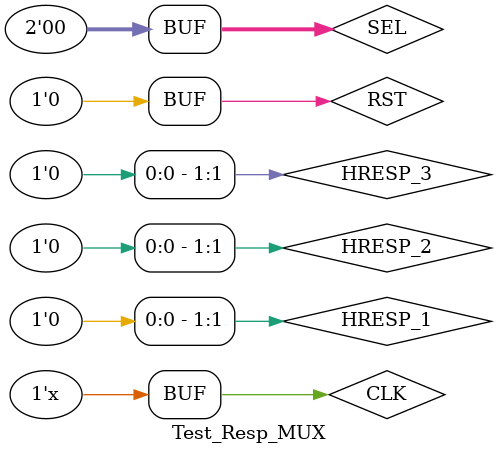
<source format=v>
`timescale 1ns / 1ps

module Test_Resp_MUX;

	// Inputs
	reg CLK;
	reg RST;
	reg [1:0] HRESP_1;
	reg [1:0] HRESP_2;
	reg [1:0] HRESP_3;
	reg [1:0] SEL;

	// Outputs
	wire [1:0] HRESP;

	// Instantiate the Unit Under Test (UUT)
	Resp_MUX uut (
		.CLK(CLK), 
		.RST(RST), 
		.HRESP(HRESP), 
		.HRESP_1(HRESP_1), 
		.HRESP_2(HRESP_2), 
		.HRESP_3(HRESP_3), 
		.SEL(SEL)
	);
	
	always #12  CLK =  ! CLK;
	
	initial begin
	#500 RST = 1; // Random reset stimuli
	#50 RST = 0;
	end

	initial begin
		// Initialize Inputs
		CLK = 0;
		RST = 0;
		HRESP_1 = 0;
		HRESP_2 = 0;
		HRESP_3 = 0;
		SEL = 0;

		// Wait 100 ns for global reset to finish
		#15;
        
		// Add stimulus here
		
		#200 HRESP_1[1:0] = $random; HRESP_2[1:0] = $random; HRESP_3[1:0] = $random; SEL = 2'b00; RST = 0;
		#200 HRESP_1[1:0] = $random; HRESP_2[1:0] = $random; HRESP_3[1:0] = $random; SEL = 2'b01; RST = 0;
		#200 HRESP_1[1:0] = $random; HRESP_2[1:0] = $random; HRESP_3[1:0] = $random; SEL = 2'b10; RST = 0;
		#200 HRESP_1[1:0] = $random; HRESP_2[1:0] = $random; HRESP_3[1:0] = $random; SEL = 2'b11; RST = 0;
		#200 HRESP_1[1:0] = $random; HRESP_2[1:0] = $random; HRESP_3[1:0] = $random; SEL = 2'b00; RST = 0;

	end
      
endmodule


</source>
